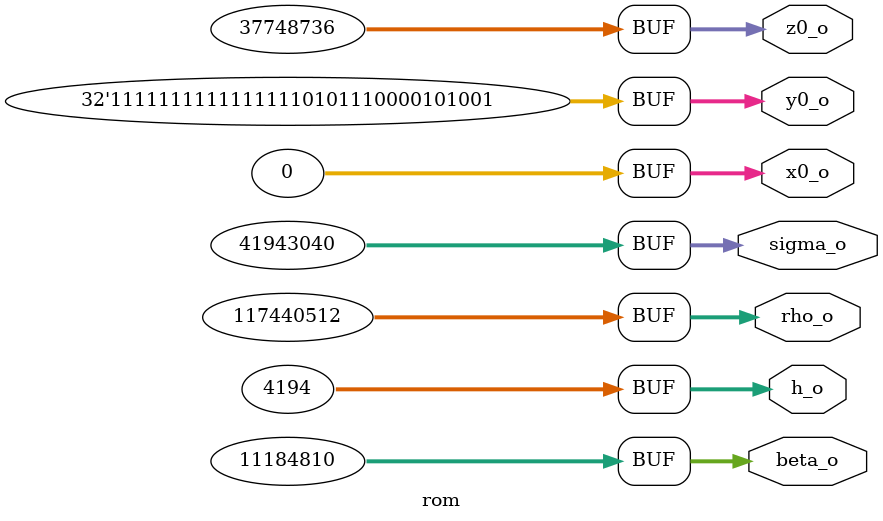
<source format=v>
module rom #(
   parameter Width = 32
) (
    output [Width-1:0] sigma_o,
    output [Width-1:0] beta_o,
    output [Width-1:0] rho_o,
	output [Width-1:0] h_o,
	output [Width-1:0] x0_o,
	output [Width-1:0] y0_o,
	output [Width-1:0] z0_o
);

  assign sigma_o = 32'b00000010100000000000000000000000; //   10.0000000000000000000000000
  assign   rho_o = 32'b00000111000000000000000000000000; //   28.0000000000000000000000000
  assign  beta_o = 32'b00000000101010101010101010101010; //    2.6666665077209472656250000
  assign     h_o = 32'b00000000000000000001000001100010; //    0.0009999275207519531250000
  assign    x0_o = 32'b00000000000000000000000000000000; //    0.0000000000000000000000000
  assign    y0_o = 32'b11111111111111110101110000101001; //   -0.0099999904632568359375000
  assign    z0_o = 32'b00000010010000000000000000000000; //    9.0000000000000000000000000

endmodule

</source>
